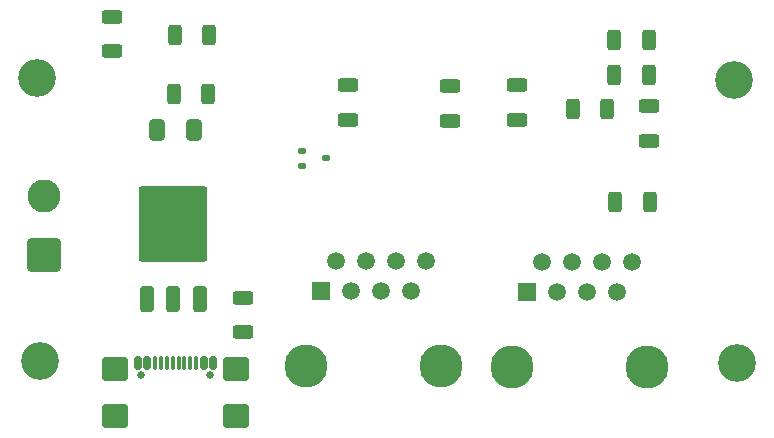
<source format=gbr>
%TF.GenerationSoftware,KiCad,Pcbnew,9.0.4*%
%TF.CreationDate,2025-09-12T08:49:21+02:00*%
%TF.ProjectId,inverter comms,696e7665-7274-4657-9220-636f6d6d732e,rev?*%
%TF.SameCoordinates,Original*%
%TF.FileFunction,Soldermask,Top*%
%TF.FilePolarity,Negative*%
%FSLAX46Y46*%
G04 Gerber Fmt 4.6, Leading zero omitted, Abs format (unit mm)*
G04 Created by KiCad (PCBNEW 9.0.4) date 2025-09-12 08:49:21*
%MOMM*%
%LPD*%
G01*
G04 APERTURE LIST*
G04 Aperture macros list*
%AMRoundRect*
0 Rectangle with rounded corners*
0 $1 Rounding radius*
0 $2 $3 $4 $5 $6 $7 $8 $9 X,Y pos of 4 corners*
0 Add a 4 corners polygon primitive as box body*
4,1,4,$2,$3,$4,$5,$6,$7,$8,$9,$2,$3,0*
0 Add four circle primitives for the rounded corners*
1,1,$1+$1,$2,$3*
1,1,$1+$1,$4,$5*
1,1,$1+$1,$6,$7*
1,1,$1+$1,$8,$9*
0 Add four rect primitives between the rounded corners*
20,1,$1+$1,$2,$3,$4,$5,0*
20,1,$1+$1,$4,$5,$6,$7,0*
20,1,$1+$1,$6,$7,$8,$9,0*
20,1,$1+$1,$8,$9,$2,$3,0*%
G04 Aperture macros list end*
%ADD10C,3.650000*%
%ADD11R,1.500000X1.500000*%
%ADD12C,1.500000*%
%ADD13RoundRect,0.250000X-0.312500X-0.625000X0.312500X-0.625000X0.312500X0.625000X-0.312500X0.625000X0*%
%ADD14C,3.200000*%
%ADD15RoundRect,0.250001X1.149999X-1.149999X1.149999X1.149999X-1.149999X1.149999X-1.149999X-1.149999X0*%
%ADD16C,2.800000*%
%ADD17RoundRect,0.250000X-0.412500X-0.650000X0.412500X-0.650000X0.412500X0.650000X-0.412500X0.650000X0*%
%ADD18RoundRect,0.112500X-0.237500X0.112500X-0.237500X-0.112500X0.237500X-0.112500X0.237500X0.112500X0*%
%ADD19C,0.650000*%
%ADD20RoundRect,0.150000X-0.150000X-0.425000X0.150000X-0.425000X0.150000X0.425000X-0.150000X0.425000X0*%
%ADD21RoundRect,0.075000X-0.075000X-0.500000X0.075000X-0.500000X0.075000X0.500000X-0.075000X0.500000X0*%
%ADD22RoundRect,0.250000X-0.840000X-0.750000X0.840000X-0.750000X0.840000X0.750000X-0.840000X0.750000X0*%
%ADD23RoundRect,0.250000X0.350000X-0.850000X0.350000X0.850000X-0.350000X0.850000X-0.350000X-0.850000X0*%
%ADD24RoundRect,0.249997X2.650003X-2.950003X2.650003X2.950003X-2.650003X2.950003X-2.650003X-2.950003X0*%
%ADD25RoundRect,0.250000X-0.625000X0.312500X-0.625000X-0.312500X0.625000X-0.312500X0.625000X0.312500X0*%
%ADD26RoundRect,0.250000X0.625000X-0.312500X0.625000X0.312500X-0.625000X0.312500X-0.625000X-0.312500X0*%
%ADD27RoundRect,0.250000X0.312500X0.625000X-0.312500X0.625000X-0.312500X-0.625000X0.312500X-0.625000X0*%
G04 APERTURE END LIST*
D10*
%TO.C,J1*%
X147600000Y-97100000D03*
X159030000Y-97100000D03*
D11*
X148870000Y-90750000D03*
D12*
X150140000Y-88210000D03*
X151410000Y-90750000D03*
X152680000Y-88210000D03*
X153950000Y-90750000D03*
X155220000Y-88210000D03*
X156490000Y-90750000D03*
X157760000Y-88210000D03*
%TD*%
D13*
%TO.C,R4*%
X156237500Y-69400000D03*
X159162500Y-69400000D03*
%TD*%
D14*
%TO.C,H3*%
X107600000Y-96600000D03*
%TD*%
D15*
%TO.C,J4*%
X108000000Y-87600000D03*
D16*
X108000000Y-82600000D03*
%TD*%
D17*
%TO.C,C5*%
X117537500Y-77000000D03*
X120662500Y-77000000D03*
%TD*%
D18*
%TO.C,D2*%
X129800000Y-78800000D03*
X129800000Y-80100000D03*
X131800000Y-79450000D03*
%TD*%
D19*
%TO.C,J3*%
X116215000Y-97805000D03*
X121995000Y-97805000D03*
D20*
X115905000Y-96730000D03*
X116705000Y-96730000D03*
D21*
X117855000Y-96730000D03*
X118855000Y-96730000D03*
X119355000Y-96730000D03*
X120355000Y-96730000D03*
D20*
X121505000Y-96730000D03*
X122305000Y-96730000D03*
X122305000Y-96730000D03*
X121505000Y-96730000D03*
D21*
X120855000Y-96730000D03*
X119855000Y-96730000D03*
X118355000Y-96730000D03*
X117355000Y-96730000D03*
D20*
X116705000Y-96730000D03*
X115905000Y-96730000D03*
D22*
X113995000Y-97305000D03*
X113995000Y-101235000D03*
X124215000Y-97305000D03*
X124215000Y-101235000D03*
%TD*%
D23*
%TO.C,U3*%
X116645000Y-91325000D03*
X118925000Y-91325000D03*
D24*
X118925000Y-85025000D03*
D23*
X121205000Y-91325000D03*
%TD*%
D25*
%TO.C,C4*%
X159200000Y-75037500D03*
X159200000Y-77962500D03*
%TD*%
D26*
%TO.C,R8*%
X133700000Y-76162500D03*
X133700000Y-73237500D03*
%TD*%
D27*
%TO.C,C2*%
X155662500Y-75300000D03*
X152737500Y-75300000D03*
%TD*%
D14*
%TO.C,H4*%
X166600000Y-96800000D03*
%TD*%
D26*
%TO.C,R6*%
X148000000Y-76162500D03*
X148000000Y-73237500D03*
%TD*%
D27*
%TO.C,D3*%
X121962500Y-69000000D03*
X119037500Y-69000000D03*
%TD*%
D10*
%TO.C,J2*%
X130170000Y-97000000D03*
X141600000Y-97000000D03*
D11*
X131440000Y-90650000D03*
D12*
X132710000Y-88110000D03*
X133980000Y-90650000D03*
X135250000Y-88110000D03*
X136520000Y-90650000D03*
X137790000Y-88110000D03*
X139060000Y-90650000D03*
X140330000Y-88110000D03*
%TD*%
D14*
%TO.C,H2*%
X166400000Y-72800000D03*
%TD*%
D13*
%TO.C,R5*%
X156337500Y-83100000D03*
X159262500Y-83100000D03*
%TD*%
D27*
%TO.C,D1*%
X121862500Y-74000000D03*
X118937500Y-74000000D03*
%TD*%
D26*
%TO.C,R7*%
X142300000Y-76262500D03*
X142300000Y-73337500D03*
%TD*%
D25*
%TO.C,C6*%
X124800000Y-91237500D03*
X124800000Y-94162500D03*
%TD*%
D14*
%TO.C,H1*%
X107400000Y-72600000D03*
%TD*%
D26*
%TO.C,R9*%
X113700000Y-70362500D03*
X113700000Y-67437500D03*
%TD*%
D13*
%TO.C,R2*%
X156237500Y-72400000D03*
X159162500Y-72400000D03*
%TD*%
M02*

</source>
